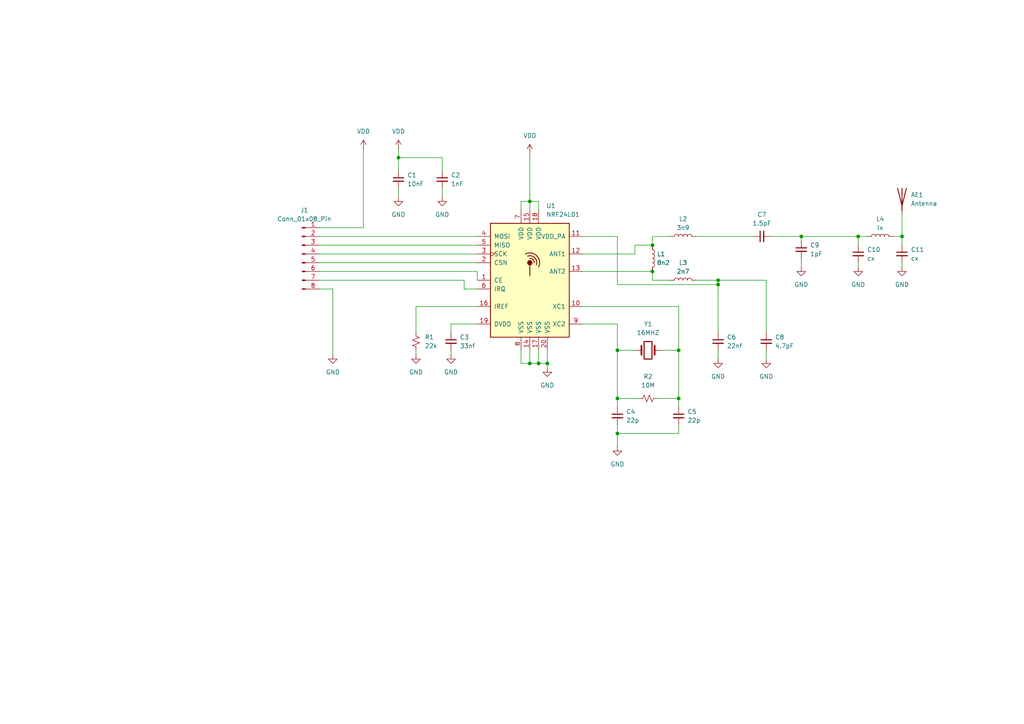
<source format=kicad_sch>
(kicad_sch (version 20231120) (generator "eeschema") (generator_version "8.0")
  (paper "A4")
  (lib_symbols
    (symbol "Connector:Conn_01x08_Pin" (pin_names (offset 1.016) hide)
      (property "Reference" "J" (at 0 10.16 0))
      (property "Value" "Conn_01x08_Pin" (at 0 -12.7 0))
      (symbol "Conn_01x08_Pin_1_1"
        (polyline (pts (xy 1.27 -10.16) (xy 0.8636 -10.16)) (stroke (width 0.1524)))
        (polyline (pts (xy 1.27 -7.62) (xy 0.8636 -7.62)) (stroke (width 0.1524)))
        (polyline (pts (xy 1.27 -5.08) (xy 0.8636 -5.08)) (stroke (width 0.1524)))
        (polyline (pts (xy 1.27 -2.54) (xy 0.8636 -2.54)) (stroke (width 0.1524)))
        (polyline (pts (xy 1.27 0) (xy 0.8636 0)) (stroke (width 0.1524)))
        (polyline (pts (xy 1.27 2.54) (xy 0.8636 2.54)) (stroke (width 0.1524)))
        (polyline (pts (xy 1.27 5.08) (xy 0.8636 5.08)) (stroke (width 0.1524)))
        (polyline (pts (xy 1.27 7.62) (xy 0.8636 7.62)) (stroke (width 0.1524)))
        (rectangle (start 0.8636 -10.033) (end 0 -10.287) (stroke (width 0.1524)) (fill (type outline)))
        (rectangle (start 0.8636 -7.493) (end 0 -7.747) (stroke (width 0.1524)) (fill (type outline)))
        (rectangle (start 0.8636 -4.953) (end 0 -5.207) (stroke (width 0.1524)) (fill (type outline)))
        (rectangle (start 0.8636 -2.413) (end 0 -2.667) (stroke (width 0.1524)) (fill (type outline)))
        (rectangle (start 0.8636 0.127) (end 0 -0.127) (stroke (width 0.1524)) (fill (type outline)))
        (rectangle (start 0.8636 2.667) (end 0 2.413) (stroke (width 0.1524)) (fill (type outline)))
        (rectangle (start 0.8636 5.207) (end 0 4.953) (stroke (width 0.1524)) (fill (type outline)))
        (rectangle (start 0.8636 7.747) (end 0 7.493) (stroke (width 0.1524)) (fill (type outline)))
        (pin passive line (at 5.08 7.62 180) (length 3.81) (name "Pin_1") (number "1"))
        (pin passive line (at 5.08 5.08 180) (length 3.81) (name "Pin_2") (number "2"))
        (pin passive line (at 5.08 2.54 180) (length 3.81) (name "Pin_3") (number "3"))
        (pin passive line (at 5.08 0 180) (length 3.81) (name "Pin_4") (number "4"))
        (pin passive line (at 5.08 -2.54 180) (length 3.81) (name "Pin_5") (number "5"))
        (pin passive line (at 5.08 -5.08 180) (length 3.81) (name "Pin_6") (number "6"))
        (pin passive line (at 5.08 -7.62 180) (length 3.81) (name "Pin_7") (number "7"))
        (pin passive line (at 5.08 -10.16 180) (length 3.81) (name "Pin_8") (number "8"))
      )
    )
    (symbol "Device:Antenna" (pin_numbers hide) (pin_names (offset 1.016) hide)
      (property "Reference" "AE" (at -1.905 1.905 0))
      (property "Value" "Antenna" (at -1.905 0 0))
      (symbol "Antenna_0_1"
        (polyline (pts (xy 0 2.54) (xy 0 -3.81)) (stroke (width 0.254)))
        (polyline (pts (xy 1.27 2.54) (xy 0 -2.54) (xy -1.27 2.54)) (stroke (width 0.254)))
      )
      (symbol "Antenna_1_1"
        (pin input line (at 0 -5.08 90) (length 2.54) (name "A") (number "1"))
      )
    )
    (symbol "Device:C_Small" (pin_numbers hide) (pin_names (offset 0.254) hide)
      (property "Reference" "C" (at 0.254 1.778 0))
      (property "Value" "C_Small" (at 0.254 -2.032 0))
      (symbol "C_Small_0_1"
        (polyline (pts (xy -1.524 -0.508) (xy 1.524 -0.508)) (stroke (width 0.3302)))
        (polyline (pts (xy -1.524 0.508) (xy 1.524 0.508)) (stroke (width 0.3048)))
      )
      (symbol "C_Small_1_1"
        (pin passive line (at 0 2.54 270) (length 2.032) (name "~") (number "1"))
        (pin passive line (at 0 -2.54 90) (length 2.032) (name "~") (number "2"))
      )
    )
    (symbol "Device:Crystal" (pin_numbers hide) (pin_names (offset 1.016) hide)
      (property "Reference" "Y" (at 0 3.81 0))
      (property "Value" "Crystal" (at 0 -3.81 0))
      (symbol "Crystal_0_1"
        (rectangle (start -1.143 2.54) (end 1.143 -2.54) (stroke (width 0.3048)))
        (polyline (pts (xy -2.54 0) (xy -1.905 0)))
        (polyline (pts (xy -1.905 -1.27) (xy -1.905 1.27)) (stroke (width 0.508)))
        (polyline (pts (xy 1.905 -1.27) (xy 1.905 1.27)) (stroke (width 0.508)))
        (polyline (pts (xy 2.54 0) (xy 1.905 0)))
      )
      (symbol "Crystal_1_1"
        (pin passive line (at -3.81 0 0) (length 1.27) (name "1") (number "1"))
        (pin passive line (at 3.81 0 180) (length 1.27) (name "2") (number "2"))
      )
    )
    (symbol "Device:L" (pin_numbers hide) (pin_names (offset 1.016) hide)
      (property "Reference" "L" (at -1.27 0 90))
      (property "Value" "L" (at 1.905 0 90))
      (symbol "L_0_1"
        (arc (start 0 -2.54) (mid 0.6323 -1.905) (end 0 -1.27))
        (arc (start 0 -1.27) (mid 0.6323 -0.635) (end 0 0))
        (arc (start 0 0) (mid 0.6323 0.635) (end 0 1.27))
        (arc (start 0 1.27) (mid 0.6323 1.905) (end 0 2.54))
      )
      (symbol "L_1_1"
        (pin passive line (at 0 3.81 270) (length 1.27) (name "1") (number "1"))
        (pin passive line (at 0 -3.81 90) (length 1.27) (name "2") (number "2"))
      )
    )
    (symbol "Device:R_Small_US" (pin_numbers hide) (pin_names (offset 0.254) hide)
      (property "Reference" "R" (at 0.762 0.508 0))
      (property "Value" "R_Small_US" (at 0.762 -1.016 0))
      (symbol "R_Small_US_1_1"
        (polyline (pts (xy 0 0) (xy 1.016 -0.381) (xy 0 -0.762) (xy -1.016 -1.143) (xy 0 -1.524)))
        (polyline (pts (xy 0 1.524) (xy 1.016 1.143) (xy 0 0.762) (xy -1.016 0.381) (xy 0 0)))
        (pin passive line (at 0 2.54 270) (length 1.016) (name "~") (number "1"))
        (pin passive line (at 0 -2.54 90) (length 1.016) (name "~") (number "2"))
      )
    )
    (symbol "RF:NRF24L01" (pin_names (offset 1.016))
      (property "Reference" "U" (at -11.43 17.78 0))
      (property "Value" "NRF24L01" (at 5.08 17.78 0))
      (symbol "NRF24L01_0_1"
        (rectangle (start -11.43 16.51) (end 11.43 -16.51) (stroke (width 0.254)) (fill (type background)))
        (polyline (pts (xy 0 4.445) (xy 0 1.27)) (stroke (width 0.254)))
        (circle (center 0 5.08) (radius 0.635) (stroke (width 0.254)) (fill (type outline)))
        (arc (start 1.27 5.08) (mid 0.9071 5.9946) (end 0 6.35) (stroke (width 0.254)))
        (arc (start 1.905 4.445) (mid 1.4313 6.5254) (end -0.635 6.985) (stroke (width 0.254)))
        (arc (start 2.54 3.81) (mid 2.008 7.088) (end -1.27 7.62) (stroke (width 0.254)))
        (rectangle (start 11.43 -13.97) (end 11.43 -13.97))
      )
      (symbol "NRF24L01_1_1"
        (pin input line (at -15.24 0 0) (length 3.81) (name "CE") (number "1"))
        (pin passive line (at 15.24 -7.62 180) (length 3.81) (name "XC1") (number "10"))
        (pin power_out line (at 15.24 12.7 180) (length 3.81) (name "VDD_PA") (number "11"))
        (pin passive line (at 15.24 7.62 180) (length 3.81) (name "ANT1") (number "12"))
        (pin passive line (at 15.24 2.54 180) (length 3.81) (name "ANT2") (number "13"))
        (pin power_in line (at 0 -20.32 90) (length 3.81) (name "VSS") (number "14"))
        (pin power_in line (at 0 20.32 270) (length 3.81) (name "VDD") (number "15"))
        (pin passive line (at -15.24 -7.62 0) (length 3.81) (name "IREF") (number "16"))
        (pin power_in line (at 2.54 -20.32 90) (length 3.81) (name "VSS") (number "17"))
        (pin power_in line (at 2.54 20.32 270) (length 3.81) (name "VDD") (number "18"))
        (pin power_out line (at -15.24 -12.7 0) (length 3.81) (name "DVDD") (number "19"))
        (pin input line (at -15.24 5.08 0) (length 3.81) (name "CSN") (number "2"))
        (pin power_in line (at 5.08 -20.32 90) (length 3.81) (name "VSS") (number "20"))
        (pin input clock (at -15.24 7.62 0) (length 3.81) (name "SCK") (number "3"))
        (pin input line (at -15.24 12.7 0) (length 3.81) (name "MOSI") (number "4"))
        (pin output line (at -15.24 10.16 0) (length 3.81) (name "MISO") (number "5"))
        (pin output line (at -15.24 -2.54 0) (length 3.81) (name "IRQ") (number "6"))
        (pin power_in line (at -2.54 20.32 270) (length 3.81) (name "VDD") (number "7"))
        (pin power_in line (at -2.54 -20.32 90) (length 3.81) (name "VSS") (number "8"))
        (pin passive line (at 15.24 -12.7 180) (length 3.81) (name "XC2") (number "9"))
      )
    )
    (symbol "power:GND" (power) (pin_numbers hide) (pin_names (offset 0) hide)
      (property "Value" "GND" (at 0 -3.81 0))
      (symbol "GND_0_1"
        (polyline (pts (xy 0 0) (xy 0 -1.27) (xy 1.27 -1.27) (xy 0 -2.54) (xy -1.27 -1.27) (xy 0 -1.27)))
      )
      (symbol "GND_1_1"
        (pin power_in line (at 0 0 270) (length 0) (name "~") (number "1"))
      )
    )
    (symbol "power:VDD" (power) (pin_numbers hide) (pin_names (offset 0) hide)
      (property "Value" "VDD" (at 0 3.556 0))
      (symbol "VDD_0_1"
        (polyline (pts (xy -0.762 1.27) (xy 0 2.54)))
        (polyline (pts (xy 0 0) (xy 0 2.54)))
        (polyline (pts (xy 0 2.54) (xy 0.762 1.27)))
      )
      (symbol "VDD_1_1"
        (pin power_in line (at 0 0 90) (length 0) (name "~") (number "1"))
      )
    )
  )
  (junction (at 248.92 68.58))
  (junction (at 158.75 105.41))
  (junction (at 261.62 68.58))
  (junction (at 179.07 101.6))
  (junction (at 208.28 81.28))
  (junction (at 153.67 105.41))
  (junction (at 196.85 115.57))
  (junction (at 115.57 45.72))
  (junction (at 196.85 101.6))
  (junction (at 189.23 78.74))
  (junction (at 156.21 105.41))
  (junction (at 232.41 68.58))
  (junction (at 208.28 82.55))
  (junction (at 179.07 125.73))
  (junction (at 179.07 115.57))
  (junction (at 153.67 58.42))
  (junction (at 189.23 71.12))
  (wire (pts (xy 138.43 78.74) (xy 138.43 81.28)))
  (wire (pts (xy 179.07 101.6) (xy 179.07 115.57)))
  (wire (pts (xy 179.07 82.55) (xy 208.28 82.55)))
  (wire (pts (xy 179.07 93.98) (xy 168.91 93.98)))
  (wire (pts (xy 179.07 125.73) (xy 179.07 129.54)))
  (wire (pts (xy 158.75 105.41) (xy 158.75 106.68)))
  (wire (pts (xy 128.27 45.72) (xy 115.57 45.72)))
  (wire (pts (xy 261.62 62.23) (xy 261.62 68.58)))
  (wire (pts (xy 223.52 68.58) (xy 232.41 68.58)))
  (wire (pts (xy 92.71 76.2) (xy 138.43 76.2)))
  (wire (pts (xy 158.75 101.6) (xy 158.75 105.41)))
  (wire (pts (xy 92.71 83.82) (xy 96.52 83.82)))
  (wire (pts (xy 196.85 101.6) (xy 196.85 115.57)))
  (wire (pts (xy 261.62 76.2) (xy 261.62 77.47)))
  (wire (pts (xy 248.92 68.58) (xy 248.92 71.12)))
  (wire (pts (xy 190.5 115.57) (xy 196.85 115.57)))
  (wire (pts (xy 201.93 81.28) (xy 208.28 81.28)))
  (wire (pts (xy 120.65 101.6) (xy 120.65 102.87)))
  (wire (pts (xy 96.52 83.82) (xy 96.52 102.87)))
  (wire (pts (xy 191.77 101.6) (xy 196.85 101.6)))
  (wire (pts (xy 251.46 68.58) (xy 248.92 68.58)))
  (wire (pts (xy 179.07 68.58) (xy 179.07 82.55)))
  (wire (pts (xy 92.71 78.74) (xy 138.43 78.74)))
  (wire (pts (xy 194.31 68.58) (xy 189.23 68.58)))
  (wire (pts (xy 151.13 60.96) (xy 151.13 58.42)))
  (wire (pts (xy 196.85 115.57) (xy 196.85 118.11)))
  (wire (pts (xy 115.57 54.61) (xy 115.57 57.15)))
  (wire (pts (xy 134.62 81.28) (xy 92.71 81.28)))
  (wire (pts (xy 151.13 58.42) (xy 153.67 58.42)))
  (wire (pts (xy 168.91 73.66) (xy 184.15 73.66)))
  (wire (pts (xy 130.81 101.6) (xy 130.81 102.87)))
  (wire (pts (xy 232.41 74.93) (xy 232.41 77.47)))
  (wire (pts (xy 153.67 105.41) (xy 156.21 105.41)))
  (wire (pts (xy 153.67 58.42) (xy 153.67 60.96)))
  (wire (pts (xy 196.85 88.9) (xy 168.91 88.9)))
  (wire (pts (xy 128.27 54.61) (xy 128.27 57.15)))
  (wire (pts (xy 196.85 125.73) (xy 179.07 125.73)))
  (wire (pts (xy 138.43 93.98) (xy 130.81 93.98)))
  (wire (pts (xy 92.71 68.58) (xy 138.43 68.58)))
  (wire (pts (xy 189.23 81.28) (xy 189.23 78.74)))
  (wire (pts (xy 179.07 93.98) (xy 179.07 101.6)))
  (wire (pts (xy 184.15 71.12) (xy 189.23 71.12)))
  (wire (pts (xy 232.41 68.58) (xy 232.41 69.85)))
  (wire (pts (xy 156.21 60.96) (xy 156.21 58.42)))
  (wire (pts (xy 208.28 101.6) (xy 208.28 104.14)))
  (wire (pts (xy 92.71 71.12) (xy 138.43 71.12)))
  (wire (pts (xy 261.62 68.58) (xy 259.08 68.58)))
  (wire (pts (xy 120.65 88.9) (xy 120.65 96.52)))
  (wire (pts (xy 138.43 83.82) (xy 134.62 83.82)))
  (wire (pts (xy 184.15 73.66) (xy 184.15 71.12)))
  (wire (pts (xy 153.67 44.45) (xy 153.67 58.42)))
  (wire (pts (xy 261.62 71.12) (xy 261.62 68.58)))
  (wire (pts (xy 179.07 118.11) (xy 179.07 115.57)))
  (wire (pts (xy 115.57 45.72) (xy 115.57 43.18)))
  (wire (pts (xy 179.07 101.6) (xy 184.15 101.6)))
  (wire (pts (xy 179.07 115.57) (xy 185.42 115.57)))
  (wire (pts (xy 153.67 101.6) (xy 153.67 105.41)))
  (wire (pts (xy 134.62 83.82) (xy 134.62 81.28)))
  (wire (pts (xy 248.92 76.2) (xy 248.92 77.47)))
  (wire (pts (xy 201.93 68.58) (xy 218.44 68.58)))
  (wire (pts (xy 151.13 101.6) (xy 151.13 105.41)))
  (wire (pts (xy 151.13 105.41) (xy 153.67 105.41)))
  (wire (pts (xy 196.85 88.9) (xy 196.85 101.6)))
  (wire (pts (xy 105.41 66.04) (xy 92.71 66.04)))
  (wire (pts (xy 105.41 43.18) (xy 105.41 66.04)))
  (wire (pts (xy 194.31 81.28) (xy 189.23 81.28)))
  (wire (pts (xy 156.21 105.41) (xy 158.75 105.41)))
  (wire (pts (xy 128.27 49.53) (xy 128.27 45.72)))
  (wire (pts (xy 120.65 88.9) (xy 138.43 88.9)))
  (wire (pts (xy 92.71 73.66) (xy 138.43 73.66)))
  (wire (pts (xy 168.91 68.58) (xy 179.07 68.58)))
  (wire (pts (xy 168.91 78.74) (xy 189.23 78.74)))
  (wire (pts (xy 153.67 58.42) (xy 156.21 58.42)))
  (wire (pts (xy 208.28 82.55) (xy 208.28 96.52)))
  (wire (pts (xy 156.21 101.6) (xy 156.21 105.41)))
  (wire (pts (xy 189.23 68.58) (xy 189.23 71.12)))
  (wire (pts (xy 222.25 81.28) (xy 222.25 96.52)))
  (wire (pts (xy 179.07 123.19) (xy 179.07 125.73)))
  (wire (pts (xy 222.25 101.6) (xy 222.25 104.14)))
  (wire (pts (xy 208.28 81.28) (xy 222.25 81.28)))
  (wire (pts (xy 208.28 81.28) (xy 208.28 82.55)))
  (wire (pts (xy 196.85 123.19) (xy 196.85 125.73)))
  (wire (pts (xy 130.81 93.98) (xy 130.81 96.52)))
  (wire (pts (xy 115.57 45.72) (xy 115.57 49.53)))
  (wire (pts (xy 232.41 68.58) (xy 248.92 68.58)))
  (symbol (lib_id "Device:Crystal") (at 187.96 101.6 0) (unit 1)
    (property "Reference" "Y1" (at 187.96 93.98 0))
    (property "Value" "16MHZ" (at 187.96 96.52 0))
    (property "Footprint" "Crystal:Crystal_SMD_3215-2Pin_3.2x1.5mm" (effects (hide yes)))
    (property "Description" "Two pin crystal" (effects (hide yes)))
  )
  (symbol (lib_id "Device:C_Small") (at 196.85 120.65 0) (unit 1)
    (property "Reference" "C5" (at 199.39 119.3862 0) (effects (justify left)))
    (property "Value" "22p" (at 199.39 121.9262 0) (effects (justify left)))
    (property "Footprint" "Capacitor_SMD:C_0402_1005Metric" (effects (hide yes)))
    (property "Description" "Unpolarized capacitor, small symbol" (effects (hide yes)))
  )
  (symbol (lib_id "power:GND") (at 232.41 77.47 0) (unit 1)
    (property "Reference" "#PWR013" (effects (hide yes)))
    (property "Value" "GND" (at 232.41 82.55 0))
    (property "Description" "Power symbol creates a global label with name \"GND\" , ground" (effects (hide yes)))
  )
  (symbol (lib_id "power:GND") (at 96.52 102.87 0) (unit 1)
    (property "Reference" "#PWR01" (effects (hide yes)))
    (property "Value" "GND" (at 96.52 107.95 0))
    (property "Description" "Power symbol creates a global label with name \"GND\" , ground" (effects (hide yes)))
  )
  (symbol (lib_id "Device:L") (at 255.27 68.58 90) (unit 1)
    (property "Reference" "L4" (at 255.27 63.5 90))
    (property "Value" "lx" (at 255.27 66.04 90))
    (property "Footprint" "Inductor_SMD:L_0402_1005Metric" (effects (hide yes)))
    (property "Description" "Inductor" (effects (hide yes)))
  )
  (symbol (lib_id "power:GND") (at 179.07 129.54 0) (unit 1)
    (property "Reference" "#PWR010" (effects (hide yes)))
    (property "Value" "GND" (at 179.07 134.62 0))
    (property "Description" "Power symbol creates a global label with name \"GND\" , ground" (effects (hide yes)))
  )
  (symbol (lib_id "Device:R_Small_US") (at 120.65 99.06 0) (unit 1)
    (property "Reference" "R1" (at 123.19 97.7899 0) (effects (justify left)))
    (property "Value" "22k" (at 123.19 100.3299 0) (effects (justify left)))
    (property "Footprint" "Resistor_SMD:R_0402_1005Metric" (effects (hide yes)))
    (property "Description" "Resistor, small US symbol" (effects (hide yes)))
  )
  (symbol (lib_id "power:GND") (at 115.57 57.15 0) (unit 1)
    (property "Reference" "#PWR04" (effects (hide yes)))
    (property "Value" "GND" (at 115.57 62.23 0))
    (property "Description" "Power symbol creates a global label with name \"GND\" , ground" (effects (hide yes)))
  )
  (symbol (lib_id "power:VDD") (at 115.57 43.18 0) (unit 1)
    (property "Reference" "#PWR03" (effects (hide yes)))
    (property "Value" "VDD" (at 115.57 38.1 0))
    (property "Description" "Power symbol creates a global label with name \"VDD\"" (effects (hide yes)))
  )
  (symbol (lib_id "Connector:Conn_01x08_Pin") (at 87.63 73.66 0) (unit 1)
    (property "Reference" "J1" (at 88.265 60.96 0))
    (property "Value" "Conn_01x08_Pin" (at 88.265 63.5 0))
    (property "Footprint" "Connector_Hirose:Hirose_DF13-08P-1.25DSA_1x08_P1.25mm_Vertical" (effects (hide yes)))
    (property "Description" "Generic connector, single row, 01x08, script generated" (effects (hide yes)))
  )
  (symbol (lib_id "Device:L") (at 198.12 81.28 90) (unit 1)
    (property "Reference" "L3" (at 198.12 76.2 90))
    (property "Value" "2n7" (at 198.12 78.74 90))
    (property "Footprint" "Inductor_SMD:L_0402_1005Metric" (effects (hide yes)))
    (property "Description" "Inductor" (effects (hide yes)))
  )
  (symbol (lib_id "power:GND") (at 208.28 104.14 0) (unit 1)
    (property "Reference" "#PWR011" (effects (hide yes)))
    (property "Value" "GND" (at 208.28 109.22 0))
    (property "Description" "Power symbol creates a global label with name \"GND\" , ground" (effects (hide yes)))
  )
  (symbol (lib_id "power:VDD") (at 105.41 43.18 0) (unit 1)
    (property "Reference" "#PWR02" (effects (hide yes)))
    (property "Value" "VDD" (at 105.41 38.1 0))
    (property "Description" "Power symbol creates a global label with name \"VDD\"" (effects (hide yes)))
  )
  (symbol (lib_id "RF:NRF24L01") (at 153.67 81.28 0) (unit 1)
    (property "Reference" "U1" (at 158.4041 59.69 0) (effects (justify left)))
    (property "Value" "NRF24L01" (at 158.4041 62.23 0) (effects (justify left)))
    (property "Footprint" "Package_DFN_QFN:QFN-20-1EP_4x4mm_P0.5mm_EP2.5x2.5mm" (effects (hide yes)))
    (property "Datasheet" "http://www.nordicsemi.com/eng/content/download/2730/34105/file/nRF24L01_Product_Specification_v2_0.pdf" (effects (hide yes)))
    (property "Description" "Ultra low power 2.4GHz RF Transceiver, QFN-20" (effects (hide yes)))
  )
  (symbol (lib_id "Device:Antenna") (at 261.62 57.15 0) (unit 1)
    (property "Reference" "AE1" (at 264.16 56.5149 0) (effects (justify left)))
    (property "Value" "Antenna" (at 264.16 59.0549 0) (effects (justify left)))
    (property "Footprint" "RF_Antenna:Texas_SWRA117D_2.4GHz_Right" (effects (hide yes)))
    (property "Description" "Antenna" (effects (hide yes)))
  )
  (symbol (lib_id "power:GND") (at 158.75 106.68 0) (unit 1)
    (property "Reference" "#PWR09" (effects (hide yes)))
    (property "Value" "GND" (at 158.75 111.76 0))
    (property "Description" "Power symbol creates a global label with name \"GND\" , ground" (effects (hide yes)))
  )
  (symbol (lib_id "Device:C_Small") (at 179.07 120.65 0) (unit 1)
    (property "Reference" "C4" (at 181.61 119.3862 0) (effects (justify left)))
    (property "Value" "22p" (at 181.61 121.9262 0) (effects (justify left)))
    (property "Footprint" "Capacitor_SMD:C_0402_1005Metric" (effects (hide yes)))
    (property "Description" "Unpolarized capacitor, small symbol" (effects (hide yes)))
  )
  (symbol (lib_id "Device:C_Small") (at 261.62 73.66 0) (unit 1)
    (property "Reference" "C11" (at 264.16 72.3962 0) (effects (justify left)))
    (property "Value" "cx" (at 264.16 74.9362 0) (effects (justify left)))
    (property "Footprint" "Capacitor_SMD:C_0402_1005Metric" (effects (hide yes)))
    (property "Description" "Unpolarized capacitor, small symbol" (effects (hide yes)))
  )
  (symbol (lib_id "power:GND") (at 222.25 104.14 0) (unit 1)
    (property "Reference" "#PWR012" (effects (hide yes)))
    (property "Value" "GND" (at 222.25 109.22 0))
    (property "Description" "Power symbol creates a global label with name \"GND\" , ground" (effects (hide yes)))
  )
  (symbol (lib_id "power:GND") (at 128.27 57.15 0) (unit 1)
    (property "Reference" "#PWR06" (effects (hide yes)))
    (property "Value" "GND" (at 128.27 62.23 0))
    (property "Description" "Power symbol creates a global label with name \"GND\" , ground" (effects (hide yes)))
  )
  (symbol (lib_id "Device:C_Small") (at 130.81 99.06 0) (unit 1)
    (property "Reference" "C3" (at 133.35 97.7962 0) (effects (justify left)))
    (property "Value" "33nf" (at 133.35 100.3362 0) (effects (justify left)))
    (property "Footprint" "Capacitor_SMD:C_0402_1005Metric" (effects (hide yes)))
    (property "Description" "Unpolarized capacitor, small symbol" (effects (hide yes)))
  )
  (symbol (lib_id "power:GND") (at 261.62 77.47 0) (unit 1)
    (property "Reference" "#PWR015" (effects (hide yes)))
    (property "Value" "GND" (at 261.62 82.55 0))
    (property "Description" "Power symbol creates a global label with name \"GND\" , ground" (effects (hide yes)))
  )
  (symbol (lib_id "Device:C_Small") (at 222.25 99.06 0) (unit 1)
    (property "Reference" "C8" (at 224.79 97.7962 0) (effects (justify left)))
    (property "Value" "4.7pF" (at 224.79 100.3362 0) (effects (justify left)))
    (property "Footprint" "Capacitor_SMD:C_0402_1005Metric" (effects (hide yes)))
    (property "Description" "Unpolarized capacitor, small symbol" (effects (hide yes)))
  )
  (symbol (lib_id "Device:L") (at 189.23 74.93 0) (unit 1)
    (property "Reference" "L1" (at 190.5 73.6599 0) (effects (justify left)))
    (property "Value" "8n2" (at 190.5 76.1999 0) (effects (justify left)))
    (property "Footprint" "Inductor_SMD:L_0402_1005Metric" (effects (hide yes)))
    (property "Description" "Inductor" (effects (hide yes)))
  )
  (symbol (lib_id "power:GND") (at 120.65 102.87 0) (unit 1)
    (property "Reference" "#PWR05" (effects (hide yes)))
    (property "Value" "GND" (at 120.65 107.95 0))
    (property "Description" "Power symbol creates a global label with name \"GND\" , ground" (effects (hide yes)))
  )
  (symbol (lib_id "Device:C_Small") (at 232.41 72.39 0) (unit 1)
    (property "Reference" "C9" (at 234.95 71.1262 0) (effects (justify left)))
    (property "Value" "1pF" (at 234.95 73.6662 0) (effects (justify left)))
    (property "Footprint" "Capacitor_SMD:C_0402_1005Metric" (effects (hide yes)))
    (property "Description" "Unpolarized capacitor, small symbol" (effects (hide yes)))
  )
  (symbol (lib_id "Device:R_Small_US") (at 187.96 115.57 90) (unit 1)
    (property "Reference" "R2" (at 187.96 109.22 90))
    (property "Value" "10M" (at 187.96 111.76 90))
    (property "Footprint" "Resistor_SMD:R_0402_1005Metric" (effects (hide yes)))
    (property "Description" "Resistor, small US symbol" (effects (hide yes)))
  )
  (symbol (lib_id "Device:C_Small") (at 128.27 52.07 0) (unit 1)
    (property "Reference" "C2" (at 130.81 50.8062 0) (effects (justify left)))
    (property "Value" "1nF" (at 130.81 53.3462 0) (effects (justify left)))
    (property "Footprint" "Capacitor_SMD:C_0402_1005Metric" (effects (hide yes)))
    (property "Description" "Unpolarized capacitor, small symbol" (effects (hide yes)))
  )
  (symbol (lib_id "Device:C_Small") (at 248.92 73.66 0) (unit 1)
    (property "Reference" "C10" (at 251.46 72.3962 0) (effects (justify left)))
    (property "Value" "cx" (at 251.46 74.9362 0) (effects (justify left)))
    (property "Footprint" "Capacitor_SMD:C_0402_1005Metric" (effects (hide yes)))
    (property "Description" "Unpolarized capacitor, small symbol" (effects (hide yes)))
  )
  (symbol (lib_id "Device:C_Small") (at 220.98 68.58 90) (unit 1)
    (property "Reference" "C7" (at 220.9863 62.23 90))
    (property "Value" "1.5pF" (at 220.9863 64.77 90))
    (property "Footprint" "Capacitor_SMD:C_0402_1005Metric" (effects (hide yes)))
    (property "Description" "Unpolarized capacitor, small symbol" (effects (hide yes)))
  )
  (symbol (lib_id "power:VDD") (at 153.67 44.45 0) (unit 1)
    (property "Reference" "#PWR08" (effects (hide yes)))
    (property "Value" "VDD" (at 153.67 39.37 0))
    (property "Description" "Power symbol creates a global label with name \"VDD\"" (effects (hide yes)))
  )
  (symbol (lib_id "power:GND") (at 248.92 77.47 0) (unit 1)
    (property "Reference" "#PWR014" (effects (hide yes)))
    (property "Value" "GND" (at 248.92 82.55 0))
    (property "Description" "Power symbol creates a global label with name \"GND\" , ground" (effects (hide yes)))
  )
  (symbol (lib_id "Device:C_Small") (at 208.28 99.06 0) (unit 1)
    (property "Reference" "C6" (at 210.82 97.7962 0) (effects (justify left)))
    (property "Value" "22nf" (at 210.82 100.3362 0) (effects (justify left)))
    (property "Footprint" "Capacitor_SMD:C_0402_1005Metric" (effects (hide yes)))
    (property "Description" "Unpolarized capacitor, small symbol" (effects (hide yes)))
  )
  (symbol (lib_id "Device:C_Small") (at 115.57 52.07 0) (unit 1)
    (property "Reference" "C1" (at 118.11 50.8062 0) (effects (justify left)))
    (property "Value" "10nF" (at 118.11 53.3462 0) (effects (justify left)))
    (property "Footprint" "Capacitor_SMD:C_0402_1005Metric" (effects (hide yes)))
    (property "Description" "Unpolarized capacitor, small symbol" (effects (hide yes)))
  )
  (symbol (lib_id "Device:L") (at 198.12 68.58 90) (unit 1)
    (property "Reference" "L2" (at 198.12 63.5 90))
    (property "Value" "3n9" (at 198.12 66.04 90))
    (property "Footprint" "Inductor_SMD:L_0402_1005Metric" (effects (hide yes)))
    (property "Description" "Inductor" (effects (hide yes)))
  )
  (symbol (lib_id "power:GND") (at 130.81 102.87 0) (unit 1)
    (property "Reference" "#PWR07" (effects (hide yes)))
    (property "Value" "GND" (at 130.81 107.95 0))
    (property "Description" "Power symbol creates a global label with name \"GND\" , ground" (effects (hide yes)))
  )
)
</source>
